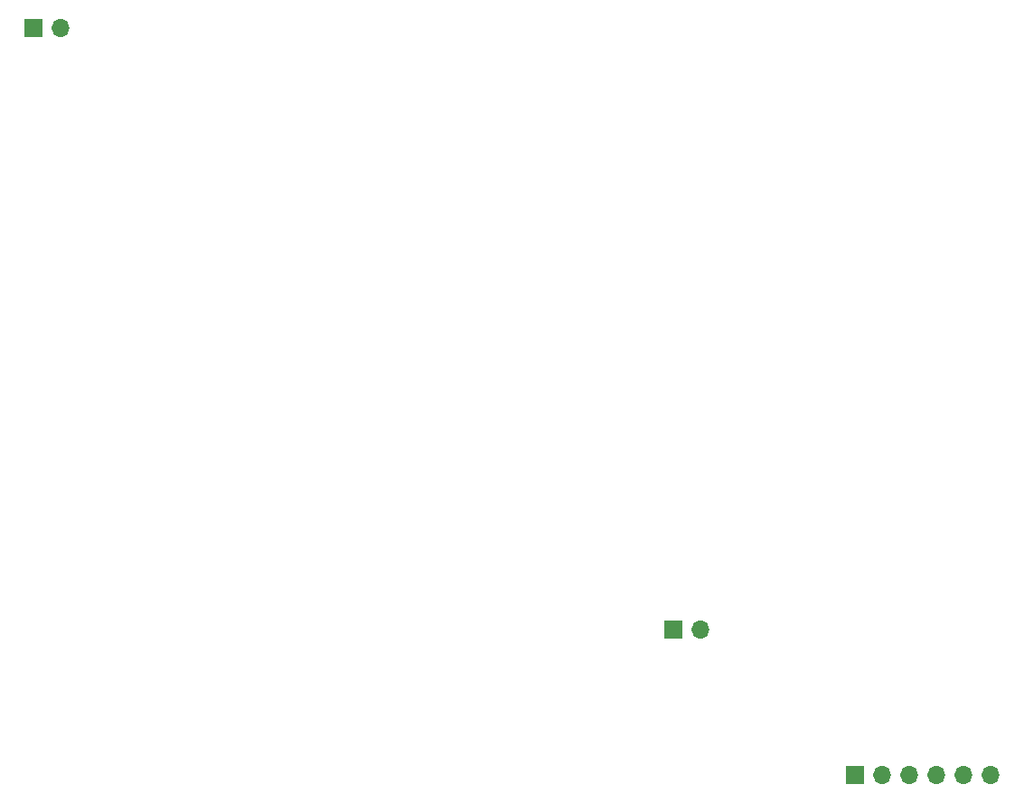
<source format=gbs>
G04 #@! TF.GenerationSoftware,KiCad,Pcbnew,6.0.0-d3dd2cf0fa~116~ubuntu21.10.1*
G04 #@! TF.CreationDate,2022-02-12T15:32:21+00:00*
G04 #@! TF.ProjectId,mobo,6d6f626f-2e6b-4696-9361-645f70636258,rev?*
G04 #@! TF.SameCoordinates,Original*
G04 #@! TF.FileFunction,Soldermask,Bot*
G04 #@! TF.FilePolarity,Negative*
%FSLAX46Y46*%
G04 Gerber Fmt 4.6, Leading zero omitted, Abs format (unit mm)*
G04 Created by KiCad (PCBNEW 6.0.0-d3dd2cf0fa~116~ubuntu21.10.1) date 2022-02-12 15:32:21*
%MOMM*%
%LPD*%
G01*
G04 APERTURE LIST*
%ADD10R,1.700000X1.700000*%
%ADD11O,1.700000X1.700000*%
G04 APERTURE END LIST*
D10*
X84582000Y-89916000D03*
D11*
X87122000Y-89916000D03*
D10*
X24628000Y-33528000D03*
D11*
X27168000Y-33528000D03*
D10*
X101600000Y-103505000D03*
D11*
X104140000Y-103505000D03*
X106680000Y-103505000D03*
X109220000Y-103505000D03*
X111760000Y-103505000D03*
X114300000Y-103505000D03*
M02*

</source>
